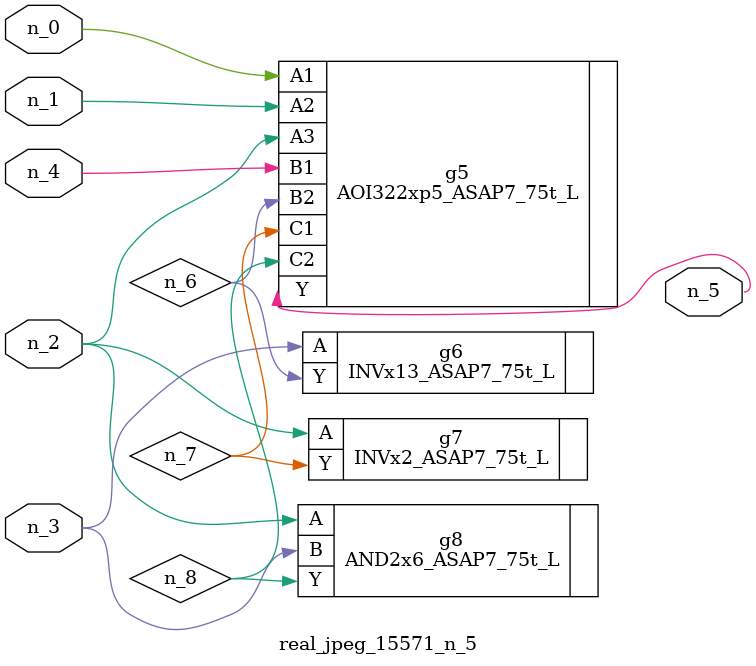
<source format=v>
module real_jpeg_15571_n_5 (n_4, n_0, n_1, n_2, n_3, n_5);

input n_4;
input n_0;
input n_1;
input n_2;
input n_3;

output n_5;

wire n_8;
wire n_6;
wire n_7;

AOI322xp5_ASAP7_75t_L g5 ( 
.A1(n_0),
.A2(n_1),
.A3(n_2),
.B1(n_4),
.B2(n_6),
.C1(n_7),
.C2(n_8),
.Y(n_5)
);

INVx2_ASAP7_75t_L g7 ( 
.A(n_2),
.Y(n_7)
);

AND2x6_ASAP7_75t_L g8 ( 
.A(n_2),
.B(n_3),
.Y(n_8)
);

INVx13_ASAP7_75t_L g6 ( 
.A(n_3),
.Y(n_6)
);


endmodule
</source>
